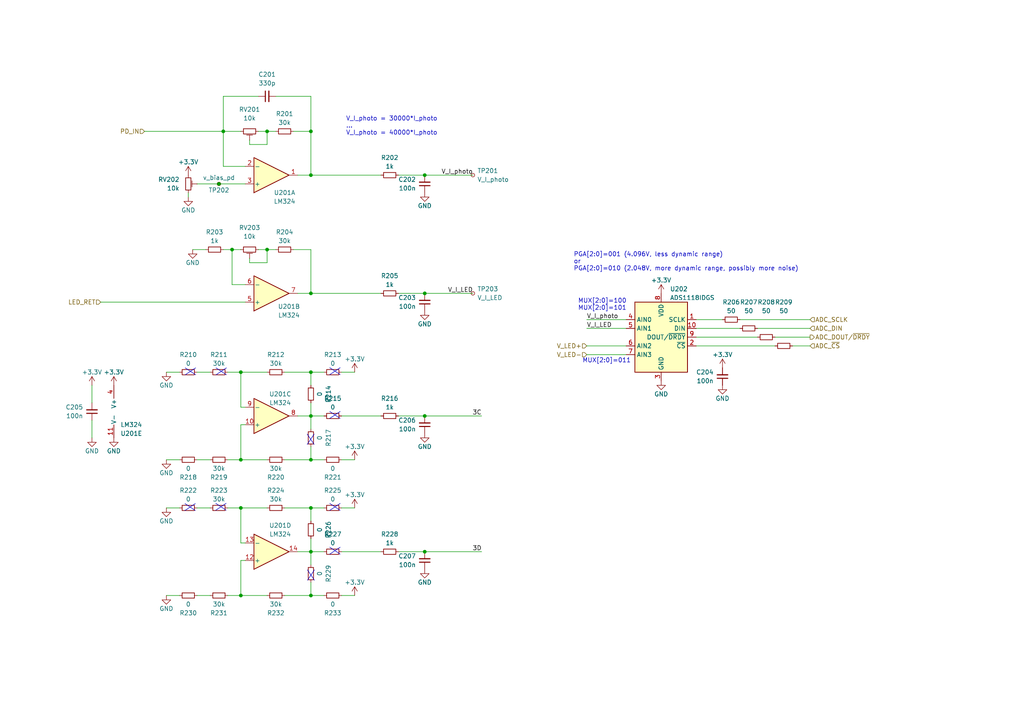
<source format=kicad_sch>
(kicad_sch (version 20211123) (generator eeschema)
  (paper "A4")
  (title_block (title "led-efficiency-measurement - INPUT") (date "2023-01-24") (rev "0.1") (comment 4 "Unless specified, all capacitors should be rated for 10V or higher"))
  (lib_symbols
    (symbol "Amplifier_Operational:LM324" (pin_names (offset 0.127))
      (property "Reference" "U" (at 0 5.08 0))
      (property "Value" "LM324" (at 0 -5.08 0))
      (symbol "LM324_1_1"
        (polyline (pts (xy -5.08 5.08) (xy 5.08 0) (xy -5.08 -5.08) (xy -5.08 5.08)) (stroke (width 0.254)) (fill (type background)))
        (pin output line (at 7.62 0 180) (length 2.54) (name "~") (number "1"))
        (pin input line (at -7.62 -2.54 0) (length 2.54) (name "-") (number "2"))
        (pin input line (at -7.62 2.54 0) (length 2.54) (name "+") (number "3"))
      )
      (symbol "LM324_2_1"
        (polyline (pts (xy -5.08 5.08) (xy 5.08 0) (xy -5.08 -5.08) (xy -5.08 5.08)) (stroke (width 0.254)) (fill (type background)))
        (pin input line (at -7.62 2.54 0) (length 2.54) (name "+") (number "5"))
        (pin input line (at -7.62 -2.54 0) (length 2.54) (name "-") (number "6"))
        (pin output line (at 7.62 0 180) (length 2.54) (name "~") (number "7"))
      )
      (symbol "LM324_3_1"
        (polyline (pts (xy -5.08 5.08) (xy 5.08 0) (xy -5.08 -5.08) (xy -5.08 5.08)) (stroke (width 0.254)) (fill (type background)))
        (pin input line (at -7.62 2.54 0) (length 2.54) (name "+") (number "10"))
        (pin output line (at 7.62 0 180) (length 2.54) (name "~") (number "8"))
        (pin input line (at -7.62 -2.54 0) (length 2.54) (name "-") (number "9"))
      )
      (symbol "LM324_4_1"
        (polyline (pts (xy -5.08 5.08) (xy 5.08 0) (xy -5.08 -5.08) (xy -5.08 5.08)) (stroke (width 0.254)) (fill (type background)))
        (pin input line (at -7.62 2.54 0) (length 2.54) (name "+") (number "12"))
        (pin input line (at -7.62 -2.54 0) (length 2.54) (name "-") (number "13"))
        (pin output line (at 7.62 0 180) (length 2.54) (name "~") (number "14"))
      )
      (symbol "LM324_5_1"
        (pin power_in line (at -2.54 -7.62 90) (length 3.81) (name "V-") (number "11"))
        (pin power_in line (at -2.54 7.62 270) (length 3.81) (name "V+") (number "4"))
      )
    )
    (symbol "Analog_ADC:ADS1118IDGS"
      (property "Reference" "U" (at 1.27 13.97 0))
      (property "Value" "ADS1118IDGS" (at 1.27 11.43 0))
      (symbol "ADS1118IDGS_0_1"
        (rectangle (start 7.62 10.16) (end -7.62 -10.16) (stroke (width 0.254)) (fill (type background)))
      )
      (symbol "ADS1118IDGS_1_1"
        (pin input line (at 10.16 5.08 180) (length 2.54) (name "SCLK") (number "1"))
        (pin input line (at 10.16 2.54 180) (length 2.54) (name "DIN") (number "10"))
        (pin input line (at 10.16 -2.54 180) (length 2.54) (name "~{CS}") (number "2"))
        (pin power_in line (at 0 -12.7 90) (length 2.54) (name "GND") (number "3"))
        (pin input line (at -10.16 5.08 0) (length 2.54) (name "AIN0") (number "4"))
        (pin input line (at -10.16 2.54 0) (length 2.54) (name "AIN1") (number "5"))
        (pin input line (at -10.16 -2.54 0) (length 2.54) (name "AIN2") (number "6"))
        (pin input line (at -10.16 -5.08 0) (length 2.54) (name "AIN3") (number "7"))
        (pin power_in line (at 0 12.7 270) (length 2.54) (name "VDD") (number "8"))
        (pin output line (at 10.16 0 180) (length 2.54) (name "DOUT/~{DRDY}") (number "9"))
      )
    )
    (symbol "Device:C_Small" (pin_numbers hide) (pin_names (offset 0.254) hide)
      (property "Reference" "C" (at 0.254 1.778 0))
      (property "Value" "C_Small" (at 0.254 -2.032 0))
      (symbol "C_Small_0_1"
        (polyline (pts (xy -1.524 -0.508) (xy 1.524 -0.508)) (stroke (width 0.3302)))
        (polyline (pts (xy -1.524 0.508) (xy 1.524 0.508)) (stroke (width 0.3048)))
      )
      (symbol "C_Small_1_1"
        (pin passive line (at 0 2.54 270) (length 2.032) (name "~") (number "1"))
        (pin passive line (at 0 -2.54 90) (length 2.032) (name "~") (number "2"))
      )
    )
    (symbol "Device:R_Small" (pin_numbers hide) (pin_names (offset 0.254) hide)
      (property "Reference" "R" (at 0.762 0.508 0))
      (property "Value" "R_Small" (at 0.762 -1.016 0))
      (symbol "R_Small_0_1"
        (rectangle (start -0.762 1.778) (end 0.762 -1.778) (stroke (width 0.2032)))
      )
      (symbol "R_Small_1_1"
        (pin passive line (at 0 2.54 270) (length 0.762) (name "~") (number "1"))
        (pin passive line (at 0 -2.54 90) (length 0.762) (name "~") (number "2"))
      )
    )
    (symbol "R_Potentiometer_Trim_Small_1" (pin_numbers hide) (pin_names (offset 1.016) hide)
      (property "Reference" "RV" (at -4.445 0 90))
      (property "Value" "R_Potentiometer_Trim_Small_1" (at -2.54 0 90))
      (symbol "R_Potentiometer_Trim_Small_1_0_1"
        (rectangle (start -0.76 1.78) (end 0.76 -1.78) (stroke (width 0.2032)))
        (polyline (pts (xy 0 -1.78) (xy 0 -2.54)))
        (polyline (pts (xy 0 1.78) (xy 0 2.54)))
        (polyline (pts (xy 1.0885 0.8805) (xy 1.0885 -0.8779)))
        (polyline (pts (xy 1.0941 0) (xy 2.54 0)))
      )
      (symbol "R_Potentiometer_Trim_Small_1_1_1"
        (pin passive line (at 0 2.54 270) (length 0) (name "1") (number "1"))
        (pin passive line (at 2.54 0 180) (length 0) (name "2") (number "2"))
        (pin passive line (at 0 -2.54 90) (length 0) (name "3") (number "3"))
      )
    )
    (symbol "R_Potentiometer_Trim_Small_2" (pin_numbers hide) (pin_names (offset 1.016) hide)
      (property "Reference" "RV" (at -4.445 0 90))
      (property "Value" "R_Potentiometer_Trim_Small_2" (at -2.54 0 90))
      (symbol "R_Potentiometer_Trim_Small_2_0_1"
        (rectangle (start -0.76 1.78) (end 0.76 -1.78) (stroke (width 0.2032)))
        (polyline (pts (xy 0 -1.78) (xy 0 -2.54)))
        (polyline (pts (xy 0 1.78) (xy 0 2.54)))
        (polyline (pts (xy 1.0885 0.8805) (xy 1.0885 -0.8779)))
        (polyline (pts (xy 1.0941 0) (xy 2.54 0)))
      )
      (symbol "R_Potentiometer_Trim_Small_2_1_1"
        (pin passive line (at 0 2.54 270) (length 0) (name "1") (number "1"))
        (pin passive line (at 2.54 0 180) (length 0) (name "2") (number "2"))
        (pin passive line (at 0 -2.54 90) (length 0) (name "3") (number "3"))
      )
    )
    (symbol "Seppl_Testpoint:TestPoint_Small" (pin_numbers hide) (pin_names (offset 0.762) hide) (in_bom no)
      (property "Reference" "TP" (at 0 3.81 0))
      (property "Value" "TestPoint_Small" (at 0 2.032 0))
      (symbol "TestPoint_Small_0_1"
        (circle (center 0 0) (radius 0.508))
      )
      (symbol "TestPoint_Small_1_1"
        (pin passive line (at 0 0 90) (length 0) (name "1") (number "1"))
      )
    )
    (symbol "power:+3.3V" (power) (pin_names (offset 0))
      (property "Value" "+3.3V" (at 0 3.556 0))
      (symbol "+3.3V_0_1"
        (polyline (pts (xy -0.762 1.27) (xy 0 2.54)))
        (polyline (pts (xy 0 0) (xy 0 2.54)))
        (polyline (pts (xy 0 2.54) (xy 0.762 1.27)))
      )
      (symbol "+3.3V_1_1"
        (pin power_in line (at 0 0 90) (length 0) hide (name "+3.3V") (number "1"))
      )
    )
    (symbol "power:GND" (power) (pin_names (offset 0))
      (property "Value" "GND" (at 0 -3.81 0))
      (symbol "GND_0_1"
        (polyline (pts (xy 0 0) (xy 0 -1.27) (xy 1.27 -1.27) (xy 0 -2.54) (xy -1.27 -1.27) (xy 0 -1.27)))
      )
      (symbol "GND_1_1"
        (pin power_in line (at 0 0 270) (length 0) hide (name "GND") (number "1"))
      )
    )
  )
  (junction (at 123.19 50.8))
  (junction (at 67.31 72.39))
  (junction (at 69.85 133.35))
  (junction (at 64.77 38.1))
  (junction (at 90.17 38.1))
  (junction (at 90.17 50.8))
  (junction (at 77.47 38.1))
  (junction (at 90.17 160.02))
  (junction (at 63.5 53.34))
  (junction (at 90.17 107.95))
  (junction (at 69.85 147.32))
  (junction (at 90.17 147.32))
  (junction (at 90.17 120.65))
  (junction (at 69.85 172.72))
  (junction (at 123.19 85.09))
  (junction (at 123.19 160.02))
  (junction (at 90.17 172.72))
  (junction (at 123.19 120.65))
  (junction (at 69.85 107.95))
  (junction (at 90.17 133.35))
  (junction (at 77.47 72.39))
  (junction (at 90.17 85.09))
  (wire (pts (xy 90.17 160.02) (xy 90.17 163.83)))
  (wire (pts (xy 90.17 38.1) (xy 90.17 50.8)))
  (wire (pts (xy 74.93 38.1) (xy 77.47 38.1)))
  (wire (pts (xy 90.17 107.95) (xy 93.98 107.95)))
  (wire (pts (xy 123.19 50.8) (xy 137.16 50.8)))
  (wire (pts (xy 69.85 123.19) (xy 69.85 133.35)))
  (wire (pts (xy 64.77 72.39) (xy 67.31 72.39)))
  (wire (pts (xy 90.17 151.13) (xy 90.17 147.32)))
  (wire (pts (xy 72.39 40.64) (xy 72.39 41.91)))
  (wire (pts (xy 115.57 85.09) (xy 123.19 85.09)))
  (wire (pts (xy 67.31 72.39) (xy 69.85 72.39)))
  (wire (pts (xy 26.67 127) (xy 26.67 121.92)))
  (wire (pts (xy 57.15 53.34) (xy 63.5 53.34)))
  (wire (pts (xy 69.85 118.11) (xy 71.12 118.11)))
  (wire (pts (xy 123.19 120.65) (xy 139.7 120.65)))
  (wire (pts (xy 224.79 97.79) (xy 234.95 97.79)))
  (wire (pts (xy 57.15 147.32) (xy 60.96 147.32)))
  (wire (pts (xy 115.57 50.8) (xy 123.19 50.8)))
  (wire (pts (xy 90.17 168.91) (xy 90.17 172.72)))
  (wire (pts (xy 170.18 95.25) (xy 181.61 95.25)))
  (wire (pts (xy 90.17 120.65) (xy 93.98 120.65)))
  (wire (pts (xy 99.06 120.65) (xy 110.49 120.65)))
  (wire (pts (xy 82.55 147.32) (xy 90.17 147.32)))
  (wire (pts (xy 102.87 133.35) (xy 99.06 133.35)))
  (wire (pts (xy 77.47 38.1) (xy 80.01 38.1)))
  (wire (pts (xy 219.71 95.25) (xy 234.95 95.25)))
  (wire (pts (xy 66.04 172.72) (xy 69.85 172.72)))
  (wire (pts (xy 72.39 76.2) (xy 77.47 76.2)))
  (wire (pts (xy 170.18 100.33) (xy 181.61 100.33)))
  (wire (pts (xy 90.17 156.21) (xy 90.17 160.02)))
  (wire (pts (xy 85.09 38.1) (xy 90.17 38.1)))
  (wire (pts (xy 201.93 95.25) (xy 214.63 95.25)))
  (wire (pts (xy 90.17 27.94) (xy 90.17 38.1)))
  (wire (pts (xy 48.26 147.32) (xy 52.07 147.32)))
  (wire (pts (xy 69.85 107.95) (xy 69.85 118.11)))
  (wire (pts (xy 90.17 72.39) (xy 90.17 85.09)))
  (wire (pts (xy 214.63 92.71) (xy 234.95 92.71)))
  (wire (pts (xy 77.47 38.1) (xy 77.47 41.91)))
  (wire (pts (xy 26.67 111.76) (xy 26.67 116.84)))
  (wire (pts (xy 74.93 72.39) (xy 77.47 72.39)))
  (wire (pts (xy 72.39 41.91) (xy 77.47 41.91)))
  (wire (pts (xy 82.55 133.35) (xy 90.17 133.35)))
  (wire (pts (xy 48.26 172.72) (xy 52.07 172.72)))
  (wire (pts (xy 90.17 120.65) (xy 90.17 124.46)))
  (wire (pts (xy 90.17 111.76) (xy 90.17 107.95)))
  (wire (pts (xy 115.57 160.02) (xy 123.19 160.02)))
  (wire (pts (xy 48.26 133.35) (xy 52.07 133.35)))
  (wire (pts (xy 102.87 107.95) (xy 99.06 107.95)))
  (wire (pts (xy 71.12 82.55) (xy 67.31 82.55)))
  (wire (pts (xy 71.12 123.19) (xy 69.85 123.19)))
  (wire (pts (xy 69.85 162.56) (xy 69.85 172.72)))
  (wire (pts (xy 90.17 172.72) (xy 93.98 172.72)))
  (wire (pts (xy 57.15 172.72) (xy 60.96 172.72)))
  (wire (pts (xy 72.39 74.93) (xy 72.39 76.2)))
  (wire (pts (xy 77.47 107.95) (xy 69.85 107.95)))
  (wire (pts (xy 102.87 172.72) (xy 99.06 172.72)))
  (wire (pts (xy 85.09 72.39) (xy 90.17 72.39)))
  (wire (pts (xy 90.17 129.54) (xy 90.17 133.35)))
  (wire (pts (xy 64.77 48.26) (xy 71.12 48.26)))
  (wire (pts (xy 71.12 162.56) (xy 69.85 162.56)))
  (wire (pts (xy 77.47 72.39) (xy 80.01 72.39)))
  (wire (pts (xy 115.57 120.65) (xy 123.19 120.65)))
  (wire (pts (xy 64.77 38.1) (xy 69.85 38.1)))
  (wire (pts (xy 77.47 72.39) (xy 77.47 76.2)))
  (wire (pts (xy 69.85 133.35) (xy 77.47 133.35)))
  (wire (pts (xy 64.77 27.94) (xy 64.77 38.1)))
  (wire (pts (xy 102.87 147.32) (xy 99.06 147.32)))
  (wire (pts (xy 66.04 107.95) (xy 69.85 107.95)))
  (wire (pts (xy 66.04 147.32) (xy 69.85 147.32)))
  (wire (pts (xy 90.17 85.09) (xy 110.49 85.09)))
  (wire (pts (xy 66.04 133.35) (xy 69.85 133.35)))
  (wire (pts (xy 86.36 160.02) (xy 90.17 160.02)))
  (wire (pts (xy 71.12 53.34) (xy 63.5 53.34)))
  (wire (pts (xy 80.01 27.94) (xy 90.17 27.94)))
  (wire (pts (xy 57.15 133.35) (xy 60.96 133.35)))
  (wire (pts (xy 82.55 107.95) (xy 90.17 107.95)))
  (wire (pts (xy 99.06 160.02) (xy 110.49 160.02)))
  (wire (pts (xy 201.93 100.33) (xy 224.79 100.33)))
  (wire (pts (xy 48.26 107.95) (xy 52.07 107.95)))
  (wire (pts (xy 41.91 38.1) (xy 64.77 38.1)))
  (wire (pts (xy 64.77 38.1) (xy 64.77 48.26)))
  (wire (pts (xy 57.15 107.95) (xy 60.96 107.95)))
  (wire (pts (xy 201.93 97.79) (xy 219.71 97.79)))
  (wire (pts (xy 201.93 92.71) (xy 209.55 92.71)))
  (wire (pts (xy 29.21 87.63) (xy 71.12 87.63)))
  (wire (pts (xy 86.36 120.65) (xy 90.17 120.65)))
  (wire (pts (xy 170.18 92.71) (xy 181.61 92.71)))
  (wire (pts (xy 229.87 100.33) (xy 234.95 100.33)))
  (wire (pts (xy 69.85 147.32) (xy 69.85 157.48)))
  (wire (pts (xy 90.17 160.02) (xy 93.98 160.02)))
  (wire (pts (xy 69.85 157.48) (xy 71.12 157.48)))
  (wire (pts (xy 77.47 147.32) (xy 69.85 147.32)))
  (wire (pts (xy 67.31 72.39) (xy 67.31 82.55)))
  (wire (pts (xy 123.19 160.02) (xy 139.7 160.02)))
  (wire (pts (xy 86.36 50.8) (xy 90.17 50.8)))
  (wire (pts (xy 90.17 50.8) (xy 110.49 50.8)))
  (wire (pts (xy 64.77 27.94) (xy 74.93 27.94)))
  (wire (pts (xy 93.98 147.32) (xy 90.17 147.32)))
  (wire (pts (xy 90.17 116.84) (xy 90.17 120.65)))
  (wire (pts (xy 54.61 57.15) (xy 54.61 55.88)))
  (wire (pts (xy 170.18 102.87) (xy 181.61 102.87)))
  (wire (pts (xy 90.17 85.09) (xy 86.36 85.09)))
  (wire (pts (xy 90.17 133.35) (xy 93.98 133.35)))
  (wire (pts (xy 123.19 85.09) (xy 137.16 85.09)))
  (wire (pts (xy 55.88 72.39) (xy 59.69 72.39)))
  (wire (pts (xy 82.55 172.72) (xy 90.17 172.72)))
  (wire (pts (xy 69.85 172.72) (xy 77.47 172.72)))
  (text "X" (at 91.6402 129.5321 180) (effects (font (size 3 3)) (justify right bottom)))
  (text "X" (at 57.1081 109.4784 90) (effects (font (size 3 3)) (justify left bottom)))
  (text "X" (at 91.7189 168.9142 180) (effects (font (size 3 3)) (justify right bottom)))
  (text "MUX[2:0]=011" (at 168.91 105.41 0) (effects (font (size 1.27 1.27)) (justify left bottom)))
  (text "PGA[2:0]=001 (4.096V, less dynamic range) \nor \nPGA[2:0]=010 (2.048V, more dynamic range, possibly more noise)" (at 166.37 78.74 0) (effects (font (size 1.27 1.27)) (justify left bottom)))
  (text "X" (at 99.0273 122.1269 90) (effects (font (size 3 3)) (justify left bottom)))
  (text "X" (at 65.9572 148.7621 90) (effects (font (size 3 3)) (justify left bottom)))
  (text "X" (at 99.0273 148.7969 90) (effects (font (size 3 3)) (justify left bottom)))
  (text "X" (at 66.04 109.4784 90) (effects (font (size 3 3)) (justify left bottom)))
  (text "MUX[2:0]=100\nMUX[2:0]=101" (at 167.64 90.17 0) (effects (font (size 1.27 1.27)) (justify left bottom)))
  (text "X" (at 99.0273 109.4269 90) (effects (font (size 3 3)) (justify left bottom)))
  (text "V_I_photo = 30000*I_photo\n...\nV_I_photo = 40000*I_photo" (at 100.33 39.37 0) (effects (font (size 1.27 1.27)) (justify left bottom)))
  (text "X" (at 57.0277 148.8392 90) (effects (font (size 3 3)) (justify left bottom)))
  (text "X" (at 99.0273 161.4969 90) (effects (font (size 3 3)) (justify left bottom)))
  (label "V_I_photo" (at 170.18 92.71 0))
  (label "3D" (at 139.7 160.02 180))
  (label "3C" (at 139.7 120.65 180))
  (label "V_I_LED" (at 137.16 85.09 180))
  (label "V_I_LED" (at 170.18 95.25 0))
  (label "V_I_photo" (at 137.16 50.8 180))
  (hierarchical_label "ADC_SCLK" (shape input) (at 234.95 92.71 0))
  (hierarchical_label "PD_IN" (shape input) (at 41.91 38.1 180))
  (hierarchical_label "ADC_DIN" (shape input) (at 234.95 95.25 0))
  (hierarchical_label "ADC_DOUT{slash}~{DRDY}" (shape output) (at 234.95 97.79 0))
  (hierarchical_label "ADC_~{CS}" (shape input) (at 234.95 100.33 0))
  (hierarchical_label "LED_RET" (shape input) (at 29.21 87.63 180))
  (hierarchical_label "V_LED-" (shape input) (at 170.18 102.87 180))
  (hierarchical_label "V_LED+" (shape input) (at 170.18 100.33 180))
  (symbol (lib_name "R_Potentiometer_Trim_Small_1") (lib_id "Seppl_Device:R_Potentiometer_Trim_Small") (at 54.61 53.34 0) (unit 1)
    (property "Reference" "RV202" (at 52.07 52.0699 0) (effects (justify right)))
    (property "Value" "10k" (at 52.07 54.6099 0) (effects (justify right)))
    (property "Footprint" "Potentiometer_THT:Potentiometer_Bourns_3296W_Vertical" (effects hide))
  )
  (symbol (lib_id "power:+3.3V") (at 33.02 111.76 0) (unit 1)
    (property "Reference" "#PWR0212" (effects hide))
    (property "Value" "+3.3V" (at 33.02 107.95 0))
  )
  (symbol (lib_id "power:GND") (at 123.19 55.88 0) (unit 1)
    (property "Reference" "#PWR0202" (effects hide))
    (property "Value" "GND" (at 123.19 59.69 0))
  )
  (symbol (lib_id "power:GND") (at 48.26 172.72 0) (unit 1)
    (property "Reference" "#PWR0222" (effects hide))
    (property "Value" "GND" (at 48.26 176.53 0))
  )
  (symbol (lib_id "Device:R_Small") (at 63.5 172.72 90) (mirror x) (unit 1)
    (property "Reference" "R231" (at 63.5 177.8 90))
    (property "Value" "30k" (at 63.5 175.26 90))
    (property "Footprint" "Resistor_SMD:R_0805_2012Metric_Pad1.20x1.40mm_HandSolder" (effects hide))
  )
  (symbol (lib_id "Device:C_Small") (at 123.19 162.56 0) (mirror x) (unit 1)
    (property "Reference" "C207" (at 120.65 161.2835 0) (effects (justify right)))
    (property "Value" "100n" (at 120.65 163.8235 0) (effects (justify right)))
    (property "Footprint" "Capacitor_SMD:C_0805_2012Metric_Pad1.18x1.45mm_HandSolder" (effects hide))
  )
  (symbol (lib_id "Device:R_Small") (at 113.03 85.09 90) (unit 1)
    (property "Reference" "R205" (at 113.03 80.01 90))
    (property "Value" "1k" (at 113.03 82.55 90))
    (property "Footprint" "Resistor_SMD:R_0805_2012Metric_Pad1.20x1.40mm_HandSolder" (effects hide))
  )
  (symbol (lib_id "Device:R_Small") (at 63.5 107.95 90) (unit 1)
    (property "Reference" "R211" (at 63.5 102.87 90))
    (property "Value" "30k" (at 63.5 105.41 90))
    (property "Footprint" "Resistor_SMD:R_0805_2012Metric_Pad1.20x1.40mm_HandSolder" (effects hide))
  )
  (symbol (lib_id "Device:R_Small") (at 54.61 107.95 90) (unit 1)
    (property "Reference" "R210" (at 54.61 102.87 90))
    (property "Value" "0" (at 54.61 105.41 90))
    (property "Footprint" "Resistor_SMD:R_0805_2012Metric_Pad1.20x1.40mm_HandSolder" (effects hide))
  )
  (symbol (lib_id "Device:C_Small") (at 123.19 123.19 0) (mirror x) (unit 1)
    (property "Reference" "C206" (at 120.65 121.9135 0) (effects (justify right)))
    (property "Value" "100n" (at 120.65 124.4535 0) (effects (justify right)))
    (property "Footprint" "Capacitor_SMD:C_0805_2012Metric_Pad1.18x1.45mm_HandSolder" (effects hide))
  )
  (symbol (lib_id "Amplifier_Operational:LM324") (at 78.74 120.65 0) (mirror x) (unit 3)
    (property "Reference" "U201" (at 81.28 114.3 0))
    (property "Value" "LM324" (at 81.28 116.84 0))
    (property "Footprint" "Package_SO:SOIC-14_3.9x8.7mm_P1.27mm" (effects hide))
    (property "Datasheet" "http://www.ti.com/lit/ds/symlink/lm2902-n.pdf" (effects hide))
  )
  (symbol (lib_id "Device:R_Small") (at 54.61 172.72 90) (mirror x) (unit 1)
    (property "Reference" "R230" (at 54.61 177.8 90))
    (property "Value" "0" (at 54.61 175.26 90))
    (property "Footprint" "Resistor_SMD:R_0805_2012Metric_Pad1.20x1.40mm_HandSolder" (effects hide))
  )
  (symbol (lib_id "power:GND") (at 48.26 107.95 0) (unit 1)
    (property "Reference" "#PWR0208" (effects hide))
    (property "Value" "GND" (at 48.26 111.76 0))
  )
  (symbol (lib_id "Device:C_Small") (at 209.55 109.22 0) (mirror x) (unit 1)
    (property "Reference" "C204" (at 207.01 107.9435 0) (effects (justify right)))
    (property "Value" "100n" (at 207.01 110.4835 0) (effects (justify right)))
    (property "Footprint" "Capacitor_SMD:C_0805_2012Metric_Pad1.18x1.45mm_HandSolder" (effects hide))
  )
  (symbol (lib_id "power:GND") (at 26.67 127 0) (unit 1)
    (property "Reference" "#PWR0215" (effects hide))
    (property "Value" "GND" (at 26.67 130.81 0))
  )
  (symbol (lib_id "power:GND") (at 123.19 165.1 0) (unit 1)
    (property "Reference" "#PWR0221" (effects hide))
    (property "Value" "GND" (at 123.19 168.91 0))
  )
  (symbol (lib_id "Device:R_Small") (at 54.61 133.35 90) (mirror x) (unit 1)
    (property "Reference" "R218" (at 54.61 138.43 90))
    (property "Value" "0" (at 54.61 135.89 90))
    (property "Footprint" "Resistor_SMD:R_0805_2012Metric_Pad1.20x1.40mm_HandSolder" (effects hide))
  )
  (symbol (lib_id "power:+3.3V") (at 26.67 111.76 0) (unit 1)
    (property "Reference" "#PWR0211" (effects hide))
    (property "Value" "+3.3V" (at 26.67 107.95 0))
  )
  (symbol (lib_id "power:GND") (at 55.88 72.39 0) (unit 1)
    (property "Reference" "#PWR0204" (effects hide))
    (property "Value" "GND" (at 55.88 76.2 0))
  )
  (symbol (lib_id "Device:R_Small") (at 113.03 50.8 90) (unit 1)
    (property "Reference" "R202" (at 113.03 45.72 90))
    (property "Value" "1k" (at 113.03 48.26 90))
    (property "Footprint" "Resistor_SMD:R_0805_2012Metric_Pad1.20x1.40mm_HandSolder" (effects hide))
  )
  (symbol (lib_id "power:GND") (at 209.55 111.76 0) (unit 1)
    (property "Reference" "#PWR0213" (effects hide))
    (property "Value" "GND" (at 209.55 115.57 0))
  )
  (symbol (lib_id "Device:R_Small") (at 63.5 133.35 90) (mirror x) (unit 1)
    (property "Reference" "R219" (at 63.5 138.43 90))
    (property "Value" "30k" (at 63.5 135.89 90))
    (property "Footprint" "Resistor_SMD:R_0805_2012Metric_Pad1.20x1.40mm_HandSolder" (effects hide))
  )
  (symbol (lib_id "Amplifier_Operational:LM324") (at 78.74 85.09 0) (mirror x) (unit 2)
    (property "Reference" "U201" (at 83.82 88.9 0))
    (property "Value" "LM324" (at 83.82 91.44 0))
    (property "Footprint" "Package_SO:SOIC-14_3.9x8.7mm_P1.27mm" (effects hide))
    (property "Datasheet" "http://www.ti.com/lit/ds/symlink/lm2902-n.pdf" (effects hide))
  )
  (symbol (lib_id "Device:R_Small") (at 96.52 147.32 90) (unit 1)
    (property "Reference" "R225" (at 96.52 142.24 90))
    (property "Value" "0" (at 96.52 144.78 90))
    (property "Footprint" "Resistor_SMD:R_0805_2012Metric_Pad1.20x1.40mm_HandSolder" (effects hide))
  )
  (symbol (lib_id "Device:R_Small") (at 90.17 114.3 0) (mirror x) (unit 1)
    (property "Reference" "R214" (at 95.25 114.3 90))
    (property "Value" "0" (at 92.71 114.3 90))
    (property "Footprint" "Resistor_SMD:R_0805_2012Metric_Pad1.20x1.40mm_HandSolder" (effects hide))
  )
  (symbol (lib_id "Device:R_Small") (at 62.23 72.39 90) (unit 1)
    (property "Reference" "R203" (at 62.23 67.31 90))
    (property "Value" "1k" (at 62.23 69.85 90))
    (property "Footprint" "Resistor_SMD:R_0805_2012Metric_Pad1.20x1.40mm_HandSolder" (effects hide))
  )
  (symbol (lib_id "Device:R_Small") (at 96.52 172.72 90) (mirror x) (unit 1)
    (property "Reference" "R233" (at 96.52 177.8 90))
    (property "Value" "0" (at 96.52 175.26 90))
    (property "Footprint" "Resistor_SMD:R_0805_2012Metric_Pad1.20x1.40mm_HandSolder" (effects hide))
  )
  (symbol (lib_id "power:+3.3V") (at 102.87 133.35 0) (unit 1)
    (property "Reference" "#PWR0218" (effects hide))
    (property "Value" "+3.3V" (at 102.87 129.54 0))
  )
  (symbol (lib_id "Device:R_Small") (at 96.52 107.95 90) (unit 1)
    (property "Reference" "R213" (at 96.52 102.87 90))
    (property "Value" "0" (at 96.52 105.41 90))
    (property "Footprint" "Resistor_SMD:R_0805_2012Metric_Pad1.20x1.40mm_HandSolder" (effects hide))
  )
  (symbol (lib_id "Device:R_Small") (at 82.55 72.39 90) (unit 1)
    (property "Reference" "R204" (at 82.55 67.31 90))
    (property "Value" "30k" (at 82.55 69.85 90))
    (property "Footprint" "Resistor_SMD:R_0805_2012Metric_Pad1.20x1.40mm_HandSolder" (effects hide))
  )
  (symbol (lib_id "power:GND") (at 48.26 133.35 0) (unit 1)
    (property "Reference" "#PWR0217" (effects hide))
    (property "Value" "GND" (at 48.26 137.16 0))
  )
  (symbol (lib_id "Device:C_Small") (at 123.19 53.34 0) (mirror x) (unit 1)
    (property "Reference" "C202" (at 120.65 52.0635 0) (effects (justify right)))
    (property "Value" "100n" (at 120.65 54.6035 0) (effects (justify right)))
    (property "Footprint" "Capacitor_SMD:C_0805_2012Metric_Pad1.18x1.45mm_HandSolder" (effects hide))
  )
  (symbol (lib_id "Device:C_Small") (at 26.67 119.38 0) (mirror x) (unit 1)
    (property "Reference" "C205" (at 24.13 118.1035 0) (effects (justify right)))
    (property "Value" "100n" (at 24.13 120.6435 0) (effects (justify right)))
    (property "Footprint" "Capacitor_SMD:C_0805_2012Metric_Pad1.18x1.45mm_HandSolder" (effects hide))
  )
  (symbol (lib_id "Device:R_Small") (at 80.01 147.32 90) (unit 1)
    (property "Reference" "R224" (at 80.01 142.24 90))
    (property "Value" "30k" (at 80.01 144.78 90))
    (property "Footprint" "Resistor_SMD:R_0805_2012Metric_Pad1.20x1.40mm_HandSolder" (effects hide))
  )
  (symbol (lib_id "Device:R_Small") (at 113.03 160.02 90) (unit 1)
    (property "Reference" "R228" (at 113.03 154.94 90))
    (property "Value" "1k" (at 113.03 157.48 90))
    (property "Footprint" "Resistor_SMD:R_0805_2012Metric_Pad1.20x1.40mm_HandSolder" (effects hide))
  )
  (symbol (lib_id "Device:R_Small") (at 90.17 153.67 0) (mirror x) (unit 1)
    (property "Reference" "R226" (at 95.25 153.67 90))
    (property "Value" "0" (at 92.71 153.67 90))
    (property "Footprint" "Resistor_SMD:R_0805_2012Metric_Pad1.20x1.40mm_HandSolder" (effects hide))
  )
  (symbol (lib_id "Analog_ADC:ADS1118IDGS") (at 191.77 97.79 0) (unit 1)
    (property "Reference" "U202" (at 194.31 83.82 0) (effects (justify left)))
    (property "Value" "ADS1118IDGS" (at 194.31 86.36 0) (effects (justify left)))
    (property "Footprint" "Package_SO:TSSOP-10_3x3mm_P0.5mm" (effects hide))
    (property "Datasheet" "http://www.ti.com/lit/ds/symlink/ads1118.pdf" (effects hide))
  )
  (symbol (lib_id "power:+3.3V") (at 54.61 50.8 0) (unit 1)
    (property "Reference" "#PWR0201" (effects hide))
    (property "Value" "+3.3V" (at 54.61 46.99 0))
  )
  (symbol (lib_id "Device:R_Small") (at 63.5 147.32 90) (unit 1)
    (property "Reference" "R223" (at 63.5 142.24 90))
    (property "Value" "30k" (at 63.5 144.78 90))
    (property "Footprint" "Resistor_SMD:R_0805_2012Metric_Pad1.20x1.40mm_HandSolder" (effects hide))
  )
  (symbol (lib_id "Device:R_Small") (at 96.52 160.02 90) (unit 1)
    (property "Reference" "R227" (at 96.52 154.94 90))
    (property "Value" "0" (at 96.52 157.48 90))
    (property "Footprint" "Resistor_SMD:R_0805_2012Metric_Pad1.20x1.40mm_HandSolder" (effects hide))
  )
  (symbol (lib_id "power:GND") (at 191.77 110.49 0) (unit 1)
    (property "Reference" "#PWR0210" (effects hide))
    (property "Value" "GND" (at 191.77 114.3 0))
  )
  (symbol (lib_id "Device:R_Small") (at 80.01 172.72 90) (mirror x) (unit 1)
    (property "Reference" "R232" (at 80.01 177.8 90))
    (property "Value" "30k" (at 80.01 175.26 90))
    (property "Footprint" "Resistor_SMD:R_0805_2012Metric_Pad1.20x1.40mm_HandSolder" (effects hide))
  )
  (symbol (lib_id "Seppl_Testpoint:TestPoint_Small") (at 137.16 85.09 0) (unit 1) (in_bom no)
    (property "Reference" "TP203" (at 138.43 83.8199 0) (effects (justify left)))
    (property "Value" "V_I_LED" (at 138.43 86.3599 0) (effects (justify left)))
    (property "Footprint" "TestPoint:TestPoint_Pad_D2.0mm" (effects hide))
  )
  (symbol (lib_id "Amplifier_Operational:LM324") (at 35.56 119.38 0) (unit 5)
    (property "Reference" "U201" (at 38.1 125.73 0))
    (property "Value" "LM324" (at 38.1 123.19 0))
    (property "Footprint" "Package_SO:SOIC-14_3.9x8.7mm_P1.27mm" (effects hide))
    (property "Datasheet" "http://www.ti.com/lit/ds/symlink/lm2902-n.pdf" (effects hide))
  )
  (symbol (lib_id "power:+3.3V") (at 191.77 85.09 0) (unit 1)
    (property "Reference" "#PWR0205" (effects hide))
    (property "Value" "+3.3V" (at 191.77 81.28 0))
  )
  (symbol (lib_id "power:+3.3V") (at 102.87 147.32 0) (unit 1)
    (property "Reference" "#PWR0220" (effects hide))
    (property "Value" "+3.3V" (at 102.87 143.51 0))
  )
  (symbol (lib_id "power:+3.3V") (at 209.55 106.68 0) (unit 1)
    (property "Reference" "#PWR0207" (effects hide))
    (property "Value" "+3.3V" (at 209.55 102.87 0))
  )
  (symbol (lib_id "Device:R_Small") (at 113.03 120.65 90) (unit 1)
    (property "Reference" "R216" (at 113.03 115.57 90))
    (property "Value" "1k" (at 113.03 118.11 90))
    (property "Footprint" "Resistor_SMD:R_0805_2012Metric_Pad1.20x1.40mm_HandSolder" (effects hide))
  )
  (symbol (lib_id "power:GND") (at 123.19 125.73 0) (unit 1)
    (property "Reference" "#PWR0214" (effects hide))
    (property "Value" "GND" (at 123.19 129.54 0))
  )
  (symbol (lib_id "Device:C_Small") (at 77.47 27.94 90) (unit 1)
    (property "Reference" "C201" (at 77.4763 21.59 90))
    (property "Value" "330p" (at 77.4763 24.13 90))
    (property "Footprint" "Capacitor_SMD:C_0805_2012Metric_Pad1.18x1.45mm_HandSolder" (effects hide))
  )
  (symbol (lib_id "Device:C_Small") (at 123.19 87.63 0) (mirror x) (unit 1)
    (property "Reference" "C203" (at 120.65 86.3535 0) (effects (justify right)))
    (property "Value" "100n" (at 120.65 88.8935 0) (effects (justify right)))
    (property "Footprint" "Capacitor_SMD:C_0805_2012Metric_Pad1.18x1.45mm_HandSolder" (effects hide))
  )
  (symbol (lib_id "Device:R_Small") (at 217.17 95.25 90) (unit 1)
    (property "Reference" "R207" (at 217.17 87.63 90))
    (property "Value" "50" (at 217.17 90.17 90))
    (property "Footprint" "Resistor_SMD:R_0805_2012Metric_Pad1.20x1.40mm_HandSolder" (effects hide))
  )
  (symbol (lib_id "Device:R_Small") (at 54.61 147.32 90) (unit 1)
    (property "Reference" "R222" (at 54.61 142.24 90))
    (property "Value" "0" (at 54.61 144.78 90))
    (property "Footprint" "Resistor_SMD:R_0805_2012Metric_Pad1.20x1.40mm_HandSolder" (effects hide))
  )
  (symbol (lib_id "power:GND") (at 48.26 147.32 0) (unit 1)
    (property "Reference" "#PWR0219" (effects hide))
    (property "Value" "GND" (at 48.26 151.13 0))
  )
  (symbol (lib_id "Device:R_Small") (at 96.52 133.35 90) (mirror x) (unit 1)
    (property "Reference" "R221" (at 96.52 138.43 90))
    (property "Value" "0" (at 96.52 135.89 90))
    (property "Footprint" "Resistor_SMD:R_0805_2012Metric_Pad1.20x1.40mm_HandSolder" (effects hide))
  )
  (symbol (lib_id "Device:R_Small") (at 80.01 133.35 90) (mirror x) (unit 1)
    (property "Reference" "R220" (at 80.01 138.43 90))
    (property "Value" "30k" (at 80.01 135.89 90))
    (property "Footprint" "Resistor_SMD:R_0805_2012Metric_Pad1.20x1.40mm_HandSolder" (effects hide))
  )
  (symbol (lib_name "R_Potentiometer_Trim_Small_2") (lib_id "Seppl_Device:R_Potentiometer_Trim_Small") (at 72.39 72.39 270) (unit 1)
    (property "Reference" "RV203" (at 72.39 66.04 90))
    (property "Value" "10k" (at 72.39 68.58 90))
    (property "Footprint" "Potentiometer_THT:Potentiometer_Bourns_3296W_Vertical" (effects hide))
  )
  (symbol (lib_id "Device:R_Small") (at 90.17 166.37 0) (mirror x) (unit 1)
    (property "Reference" "R229" (at 95.25 166.37 90))
    (property "Value" "0" (at 92.71 166.37 90))
    (property "Footprint" "Resistor_SMD:R_0805_2012Metric_Pad1.20x1.40mm_HandSolder" (effects hide))
  )
  (symbol (lib_id "Device:R_Small") (at 96.52 120.65 90) (unit 1)
    (property "Reference" "R215" (at 96.52 115.57 90))
    (property "Value" "0" (at 96.52 118.11 90))
    (property "Footprint" "Resistor_SMD:R_0805_2012Metric_Pad1.20x1.40mm_HandSolder" (effects hide))
  )
  (symbol (lib_id "Amplifier_Operational:LM324") (at 78.74 160.02 0) (mirror x) (unit 4)
    (property "Reference" "U201" (at 81.28 152.4 0))
    (property "Value" "LM324" (at 81.28 154.94 0))
    (property "Footprint" "Package_SO:SOIC-14_3.9x8.7mm_P1.27mm" (effects hide))
    (property "Datasheet" "http://www.ti.com/lit/ds/symlink/lm2902-n.pdf" (effects hide))
  )
  (symbol (lib_id "power:GND") (at 54.61 57.15 0) (unit 1)
    (property "Reference" "#PWR0203" (effects hide))
    (property "Value" "GND" (at 54.61 60.96 0))
  )
  (symbol (lib_id "power:GND") (at 33.02 127 0) (unit 1)
    (property "Reference" "#PWR0216" (effects hide))
    (property "Value" "GND" (at 33.02 130.81 0))
  )
  (symbol (lib_id "power:GND") (at 123.19 90.17 0) (unit 1)
    (property "Reference" "#PWR0206" (effects hide))
    (property "Value" "GND" (at 123.19 93.98 0))
  )
  (symbol (lib_id "Device:R_Small") (at 82.55 38.1 90) (unit 1)
    (property "Reference" "R201" (at 82.55 33.02 90))
    (property "Value" "30k" (at 82.55 35.56 90))
    (property "Footprint" "Resistor_SMD:R_0805_2012Metric_Pad1.20x1.40mm_HandSolder" (effects hide))
  )
  (symbol (lib_id "power:+3.3V") (at 102.87 107.95 0) (unit 1)
    (property "Reference" "#PWR0209" (effects hide))
    (property "Value" "+3.3V" (at 102.87 104.14 0))
  )
  (symbol (lib_id "Seppl_Testpoint:TestPoint_Small") (at 63.5 53.34 180) (unit 1) (in_bom no)
    (property "Reference" "TP202" (at 63.5 55.88 0) (effects (justify top)))
    (property "Value" "v_bias_pd" (at 63.5 50.8 0) (effects (justify bottom)))
    (property "Footprint" "TestPoint:TestPoint_Pad_D2.0mm" (effects hide))
  )
  (symbol (lib_id "Device:R_Small") (at 222.25 97.79 90) (unit 1)
    (property "Reference" "R208" (at 222.25 87.63 90))
    (property "Value" "50" (at 222.25 90.17 90))
    (property "Footprint" "Resistor_SMD:R_0805_2012Metric_Pad1.20x1.40mm_HandSolder" (effects hide))
  )
  (symbol (lib_id "Seppl_Testpoint:TestPoint_Small") (at 137.16 50.8 0) (unit 1) (in_bom no)
    (property "Reference" "TP201" (at 138.43 49.5299 0) (effects (justify left)))
    (property "Value" "V_I_photo" (at 138.43 52.0699 0) (effects (justify left)))
    (property "Footprint" "TestPoint:TestPoint_Pad_D2.0mm" (effects hide))
  )
  (symbol (lib_id "Device:R_Small") (at 90.17 127 0) (mirror x) (unit 1)
    (property "Reference" "R217" (at 95.25 127 90))
    (property "Value" "0" (at 92.71 127 90))
    (property "Footprint" "Resistor_SMD:R_0805_2012Metric_Pad1.20x1.40mm_HandSolder" (effects hide))
  )
  (symbol (lib_id "Device:R_Small") (at 80.01 107.95 90) (unit 1)
    (property "Reference" "R212" (at 80.01 102.87 90))
    (property "Value" "30k" (at 80.01 105.41 90))
    (property "Footprint" "Resistor_SMD:R_0805_2012Metric_Pad1.20x1.40mm_HandSolder" (effects hide))
  )
  (symbol (lib_id "Device:R_Small") (at 212.09 92.71 90) (unit 1)
    (property "Reference" "R206" (at 212.09 87.63 90))
    (property "Value" "50" (at 212.09 90.17 90))
    (property "Footprint" "Resistor_SMD:R_0805_2012Metric_Pad1.20x1.40mm_HandSolder" (effects hide))
  )
  (symbol (lib_id "Device:R_Small") (at 227.33 100.33 90) (unit 1)
    (property "Reference" "R209" (at 227.33 87.63 90))
    (property "Value" "50" (at 227.33 90.17 90))
    (property "Footprint" "Resistor_SMD:R_0805_2012Metric_Pad1.20x1.40mm_HandSolder" (effects hide))
  )
  (symbol (lib_name "R_Potentiometer_Trim_Small_2") (lib_id "Seppl_Device:R_Potentiometer_Trim_Small") (at 72.39 38.1 270) (unit 1)
    (property "Reference" "RV201" (at 72.39 31.75 90))
    (property "Value" "10k" (at 72.39 34.29 90))
    (property "Footprint" "Potentiometer_THT:Potentiometer_Bourns_3296W_Vertical" (effects hide))
  )
  (symbol (lib_id "power:+3.3V") (at 102.87 172.72 0) (unit 1)
    (property "Reference" "#PWR0223" (effects hide))
    (property "Value" "+3.3V" (at 102.87 168.91 0))
  )
  (symbol (lib_id "Amplifier_Operational:LM324") (at 78.74 50.8 0) (mirror x) (unit 1)
    (property "Reference" "U201" (at 82.55 55.88 0))
    (property "Value" "LM324" (at 82.55 58.42 0))
    (property "Footprint" "Package_SO:SOIC-14_3.9x8.7mm_P1.27mm" (effects hide))
    (property "Datasheet" "http://www.ti.com/lit/ds/symlink/lm2902-n.pdf" (effects hide))
  )
)
</source>
